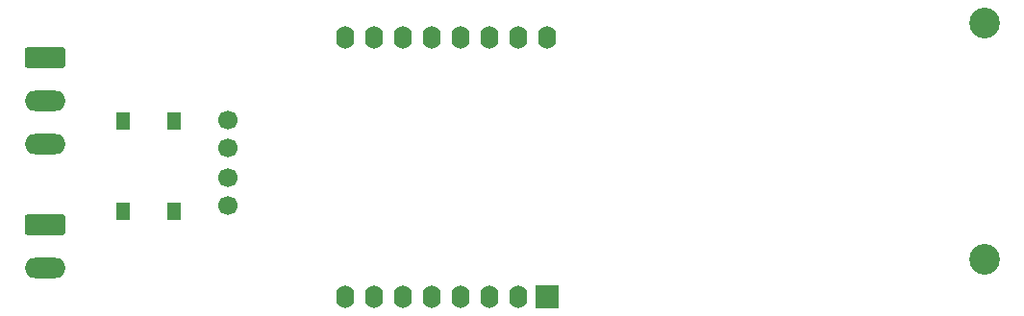
<source format=gbr>
%TF.GenerationSoftware,KiCad,Pcbnew,7.0.10*%
%TF.CreationDate,2024-01-19T02:19:35-05:00*%
%TF.ProjectId,ESP8266_Count2,45535038-3236-4365-9f43-6f756e74322e,v2*%
%TF.SameCoordinates,Original*%
%TF.FileFunction,Soldermask,Top*%
%TF.FilePolarity,Negative*%
%FSLAX46Y46*%
G04 Gerber Fmt 4.6, Leading zero omitted, Abs format (unit mm)*
G04 Created by KiCad (PCBNEW 7.0.10) date 2024-01-19 02:19:35*
%MOMM*%
%LPD*%
G01*
G04 APERTURE LIST*
G04 Aperture macros list*
%AMRoundRect*
0 Rectangle with rounded corners*
0 $1 Rounding radius*
0 $2 $3 $4 $5 $6 $7 $8 $9 X,Y pos of 4 corners*
0 Add a 4 corners polygon primitive as box body*
4,1,4,$2,$3,$4,$5,$6,$7,$8,$9,$2,$3,0*
0 Add four circle primitives for the rounded corners*
1,1,$1+$1,$2,$3*
1,1,$1+$1,$4,$5*
1,1,$1+$1,$6,$7*
1,1,$1+$1,$8,$9*
0 Add four rect primitives between the rounded corners*
20,1,$1+$1,$2,$3,$4,$5,0*
20,1,$1+$1,$4,$5,$6,$7,0*
20,1,$1+$1,$6,$7,$8,$9,0*
20,1,$1+$1,$8,$9,$2,$3,0*%
G04 Aperture macros list end*
%ADD10R,2.000000X2.000000*%
%ADD11O,1.600000X2.000000*%
%ADD12C,2.700000*%
%ADD13RoundRect,0.250000X-1.550000X0.650000X-1.550000X-0.650000X1.550000X-0.650000X1.550000X0.650000X0*%
%ADD14O,3.600000X1.800000*%
%ADD15C,1.700000*%
%ADD16R,1.300000X1.550000*%
G04 APERTURE END LIST*
D10*
%TO.C,U6*%
X159190000Y-83345000D03*
D11*
X156650000Y-83345000D03*
X154110000Y-83345000D03*
X151570000Y-83345000D03*
X149030000Y-83345000D03*
X146490000Y-83345000D03*
X143950000Y-83345000D03*
X141410000Y-83345000D03*
X141410000Y-60485000D03*
X143950000Y-60485000D03*
X146490000Y-60485000D03*
X149030000Y-60485000D03*
X151570000Y-60485000D03*
X154110000Y-60485000D03*
X156650000Y-60485000D03*
X159190000Y-60485000D03*
%TD*%
D12*
%TO.C,H4*%
X197700000Y-80000000D03*
%TD*%
%TO.C,H1*%
X197700000Y-59150000D03*
%TD*%
D13*
%TO.C,J2*%
X114957500Y-62250000D03*
D14*
X114957500Y-66060000D03*
X114957500Y-69870000D03*
%TD*%
D15*
%TO.C,J3*%
X131100000Y-67700000D03*
X131100000Y-70200000D03*
X131100000Y-72800000D03*
X131100000Y-75300000D03*
%TD*%
D13*
%TO.C,TB1*%
X115000000Y-77000000D03*
D14*
X115000000Y-80810000D03*
%TD*%
D16*
%TO.C,SW1*%
X121850000Y-75775000D03*
X121850000Y-67825000D03*
X126350000Y-75775000D03*
X126350000Y-67825000D03*
%TD*%
M02*

</source>
